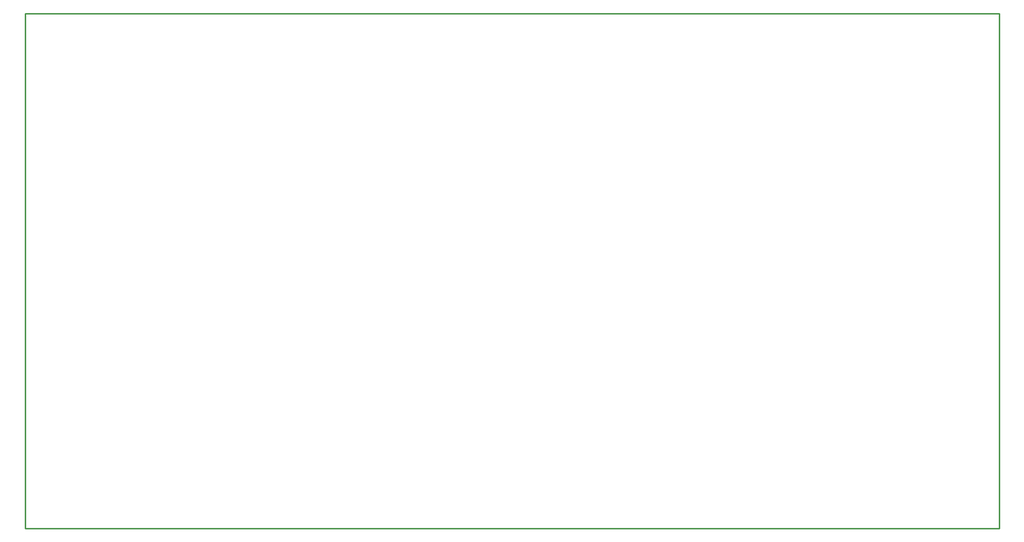
<source format=gbr>
%TF.GenerationSoftware,Altium Limited,Altium Designer,19.0.10 (269)*%
G04 Layer_Color=16711935*
%FSLAX26Y26*%
%MOIN*%
%TF.FileFunction,Keep-out,Top*%
%TF.Part,Single*%
G01*
G75*
%TA.AperFunction,NonConductor*%
%ADD84C,0.010000*%
D84*
X0Y0D02*
Y3543307D01*
Y0D02*
X6692913D01*
Y3543307D01*
X0D02*
X6692913D01*
%TF.MD5,7eb5fec064fdb38deb1904d72a133225*%
M02*

</source>
